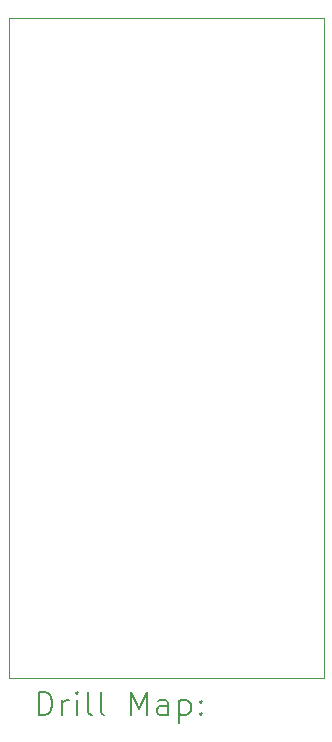
<source format=gbr>
%TF.GenerationSoftware,KiCad,Pcbnew,7.0.9*%
%TF.CreationDate,2025-01-30T11:34:34+00:00*%
%TF.ProjectId,Pi Hat,50692048-6174-42e6-9b69-6361645f7063,rev?*%
%TF.SameCoordinates,Original*%
%TF.FileFunction,Drillmap*%
%TF.FilePolarity,Positive*%
%FSLAX45Y45*%
G04 Gerber Fmt 4.5, Leading zero omitted, Abs format (unit mm)*
G04 Created by KiCad (PCBNEW 7.0.9) date 2025-01-30 11:34:34*
%MOMM*%
%LPD*%
G01*
G04 APERTURE LIST*
%ADD10C,0.100000*%
%ADD11C,0.200000*%
G04 APERTURE END LIST*
D10*
X9144000Y-5715000D02*
X11811000Y-5715000D01*
X11811000Y-11303000D01*
X9144000Y-11303000D01*
X9144000Y-5715000D01*
D11*
X9399777Y-11619484D02*
X9399777Y-11419484D01*
X9399777Y-11419484D02*
X9447396Y-11419484D01*
X9447396Y-11419484D02*
X9475967Y-11429008D01*
X9475967Y-11429008D02*
X9495015Y-11448055D01*
X9495015Y-11448055D02*
X9504539Y-11467103D01*
X9504539Y-11467103D02*
X9514063Y-11505198D01*
X9514063Y-11505198D02*
X9514063Y-11533769D01*
X9514063Y-11533769D02*
X9504539Y-11571865D01*
X9504539Y-11571865D02*
X9495015Y-11590912D01*
X9495015Y-11590912D02*
X9475967Y-11609960D01*
X9475967Y-11609960D02*
X9447396Y-11619484D01*
X9447396Y-11619484D02*
X9399777Y-11619484D01*
X9599777Y-11619484D02*
X9599777Y-11486150D01*
X9599777Y-11524246D02*
X9609301Y-11505198D01*
X9609301Y-11505198D02*
X9618824Y-11495674D01*
X9618824Y-11495674D02*
X9637872Y-11486150D01*
X9637872Y-11486150D02*
X9656920Y-11486150D01*
X9723586Y-11619484D02*
X9723586Y-11486150D01*
X9723586Y-11419484D02*
X9714063Y-11429008D01*
X9714063Y-11429008D02*
X9723586Y-11438531D01*
X9723586Y-11438531D02*
X9733110Y-11429008D01*
X9733110Y-11429008D02*
X9723586Y-11419484D01*
X9723586Y-11419484D02*
X9723586Y-11438531D01*
X9847396Y-11619484D02*
X9828348Y-11609960D01*
X9828348Y-11609960D02*
X9818824Y-11590912D01*
X9818824Y-11590912D02*
X9818824Y-11419484D01*
X9952158Y-11619484D02*
X9933110Y-11609960D01*
X9933110Y-11609960D02*
X9923586Y-11590912D01*
X9923586Y-11590912D02*
X9923586Y-11419484D01*
X10180729Y-11619484D02*
X10180729Y-11419484D01*
X10180729Y-11419484D02*
X10247396Y-11562341D01*
X10247396Y-11562341D02*
X10314063Y-11419484D01*
X10314063Y-11419484D02*
X10314063Y-11619484D01*
X10495015Y-11619484D02*
X10495015Y-11514722D01*
X10495015Y-11514722D02*
X10485491Y-11495674D01*
X10485491Y-11495674D02*
X10466444Y-11486150D01*
X10466444Y-11486150D02*
X10428348Y-11486150D01*
X10428348Y-11486150D02*
X10409301Y-11495674D01*
X10495015Y-11609960D02*
X10475967Y-11619484D01*
X10475967Y-11619484D02*
X10428348Y-11619484D01*
X10428348Y-11619484D02*
X10409301Y-11609960D01*
X10409301Y-11609960D02*
X10399777Y-11590912D01*
X10399777Y-11590912D02*
X10399777Y-11571865D01*
X10399777Y-11571865D02*
X10409301Y-11552817D01*
X10409301Y-11552817D02*
X10428348Y-11543293D01*
X10428348Y-11543293D02*
X10475967Y-11543293D01*
X10475967Y-11543293D02*
X10495015Y-11533769D01*
X10590253Y-11486150D02*
X10590253Y-11686150D01*
X10590253Y-11495674D02*
X10609301Y-11486150D01*
X10609301Y-11486150D02*
X10647396Y-11486150D01*
X10647396Y-11486150D02*
X10666444Y-11495674D01*
X10666444Y-11495674D02*
X10675967Y-11505198D01*
X10675967Y-11505198D02*
X10685491Y-11524246D01*
X10685491Y-11524246D02*
X10685491Y-11581388D01*
X10685491Y-11581388D02*
X10675967Y-11600436D01*
X10675967Y-11600436D02*
X10666444Y-11609960D01*
X10666444Y-11609960D02*
X10647396Y-11619484D01*
X10647396Y-11619484D02*
X10609301Y-11619484D01*
X10609301Y-11619484D02*
X10590253Y-11609960D01*
X10771205Y-11600436D02*
X10780729Y-11609960D01*
X10780729Y-11609960D02*
X10771205Y-11619484D01*
X10771205Y-11619484D02*
X10761682Y-11609960D01*
X10761682Y-11609960D02*
X10771205Y-11600436D01*
X10771205Y-11600436D02*
X10771205Y-11619484D01*
X10771205Y-11495674D02*
X10780729Y-11505198D01*
X10780729Y-11505198D02*
X10771205Y-11514722D01*
X10771205Y-11514722D02*
X10761682Y-11505198D01*
X10761682Y-11505198D02*
X10771205Y-11495674D01*
X10771205Y-11495674D02*
X10771205Y-11514722D01*
M02*

</source>
